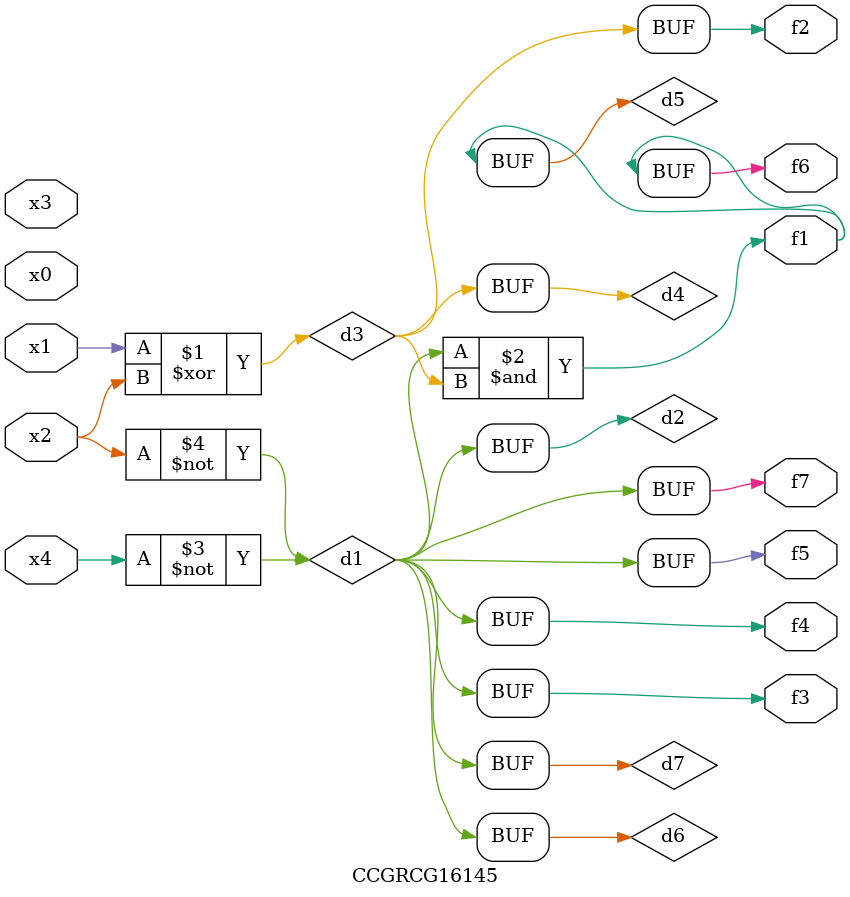
<source format=v>
module CCGRCG16145(
	input x0, x1, x2, x3, x4,
	output f1, f2, f3, f4, f5, f6, f7
);

	wire d1, d2, d3, d4, d5, d6, d7;

	not (d1, x4);
	not (d2, x2);
	xor (d3, x1, x2);
	buf (d4, d3);
	and (d5, d1, d3);
	buf (d6, d1, d2);
	buf (d7, d2);
	assign f1 = d5;
	assign f2 = d4;
	assign f3 = d7;
	assign f4 = d7;
	assign f5 = d7;
	assign f6 = d5;
	assign f7 = d7;
endmodule

</source>
